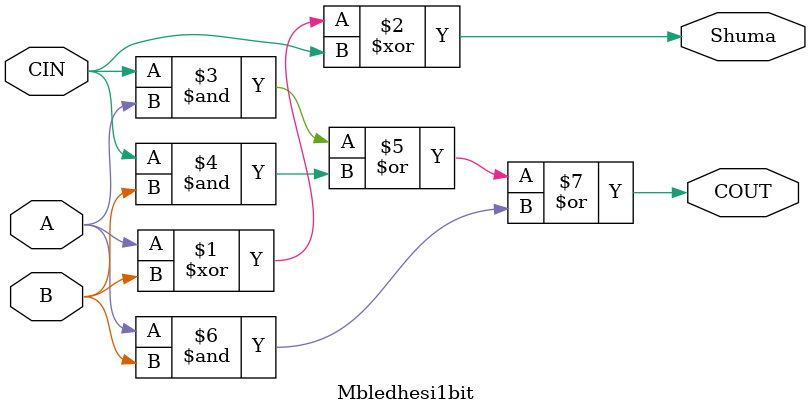
<source format=v>
`timescale 1ns / 1ps


module Mbledhesi1bit(
   input A,
    input B,
    input CIN,
    output Shuma,
    output COUT
    );
    
    assign Shuma = A ^ B ^ CIN;
    assign COUT = CIN & A | CIN & B | A & B;

endmodule

</source>
